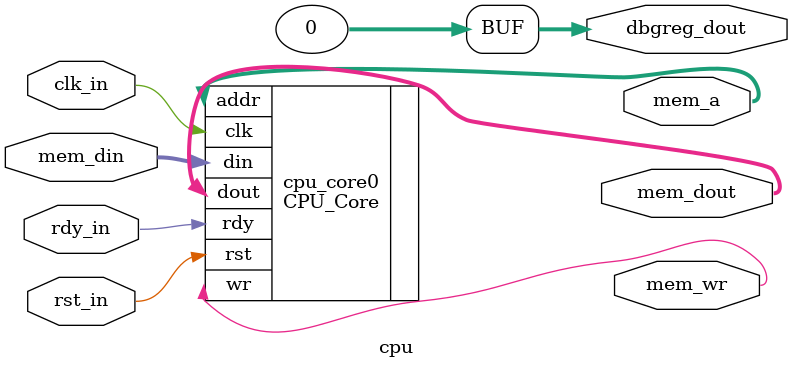
<source format=v>

module cpu(
    input  wire                 clk_in,			// system clock signal
    input  wire                 rst_in,			// reset signal
	input  wire					 rdy_in,			// ready signal, pause cpu when low

    input  wire [ 7:0]          mem_din,		// data input bus
    output wire [ 7:0]          mem_dout,		// data output bus
    output wire [31:0]          mem_a,			// address bus (only 17:0 is used)
    output wire                 mem_wr,			// write/read signal (1 for write)

	output wire [31:0]			dbgreg_dout		// cpu register output (debugging demo)
);

// implementation goes here

// Specifications:
// - Pause cpu(freeze pc, registers, etc.) when rdy_in is low
// - Memory read takes 2 cycles(wait till next cycle), write takes 1 cycle(no need to wait)
// - Memory is of size 128KB, with valid address ranging from 0x0 to 0x20000
// - I/O port is mapped to address higher than 0x30000 (mem_a[17:16]==2'b11)
// - 0x30000 read: read a byte from input
// - 0x30000 write: write a byte to output (write 0x00 is ignored)
// - 0x30004 read: read clocks passed since cpu starts (in dword, 4 bytes)
// - 0x30004 write: indicates program stop (will output '\0' through uart tx)

assign dbgreg_dout = 32'h00000000;

CPU_Core cpu_core0(
    .clk(clk_in),
    .rst(rst_in),
    .rdy(rdy_in),

    .din(mem_din),

    .dout(mem_dout),
    .addr(mem_a),
    .wr(mem_wr)
);

endmodule
</source>
